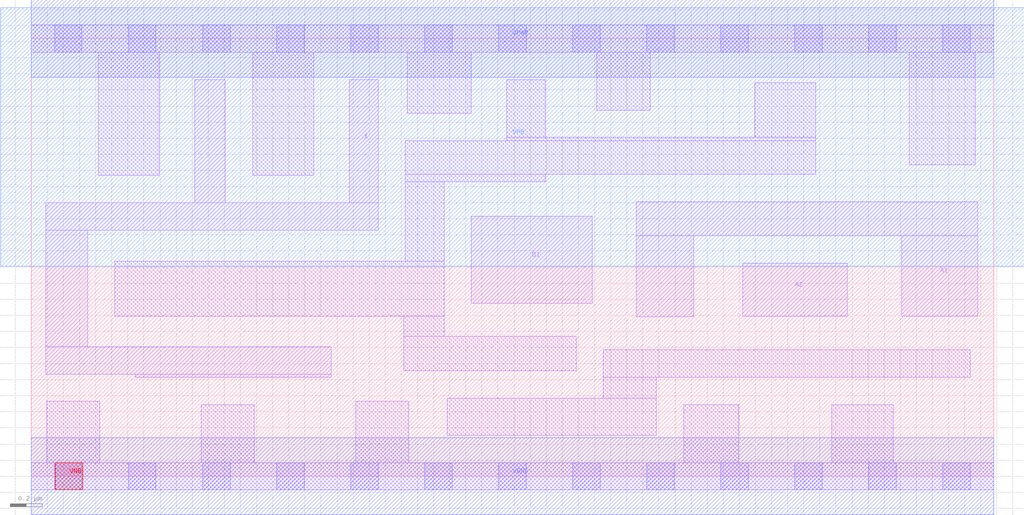
<source format=lef>
# Copyright 2020 The SkyWater PDK Authors
#
# Licensed under the Apache License, Version 2.0 (the "License");
# you may not use this file except in compliance with the License.
# You may obtain a copy of the License at
#
#     https://www.apache.org/licenses/LICENSE-2.0
#
# Unless required by applicable law or agreed to in writing, software
# distributed under the License is distributed on an "AS IS" BASIS,
# WITHOUT WARRANTIES OR CONDITIONS OF ANY KIND, either express or implied.
# See the License for the specific language governing permissions and
# limitations under the License.
#
# SPDX-License-Identifier: Apache-2.0

VERSION 5.7 ;
  NOWIREEXTENSIONATPIN ON ;
  DIVIDERCHAR "/" ;
  BUSBITCHARS "[]" ;
PROPERTYDEFINITIONS
  MACRO maskLayoutSubType STRING ;
  MACRO prCellType STRING ;
  MACRO originalViewName STRING ;
END PROPERTYDEFINITIONS
MACRO sky130_fd_sc_hdll__o21a_4
  CLASS CORE ;
  FOREIGN sky130_fd_sc_hdll__o21a_4 ;
  ORIGIN  0.000000  0.000000 ;
  SIZE  5.980000 BY  2.720000 ;
  SYMMETRY X Y R90 ;
  SITE unithd ;
  PIN A1
    ANTENNAGATEAREA  0.555000 ;
    DIRECTION INPUT ;
    USE SIGNAL ;
    PORT
      LAYER li1 ;
        RECT 3.760000 0.990000 4.115000 1.495000 ;
        RECT 3.760000 1.495000 5.880000 1.705000 ;
        RECT 5.410000 0.995000 5.880000 1.495000 ;
    END
  END A1
  PIN A2
    ANTENNAGATEAREA  0.555000 ;
    DIRECTION INPUT ;
    USE SIGNAL ;
    PORT
      LAYER li1 ;
        RECT 4.420000 0.995000 5.070000 1.325000 ;
    END
  END A2
  PIN B1
    ANTENNAGATEAREA  0.555000 ;
    DIRECTION INPUT ;
    USE SIGNAL ;
    PORT
      LAYER li1 ;
        RECT 2.735000 1.075000 3.485000 1.615000 ;
    END
  END B1
  PIN X
    ANTENNADIFFAREA  1.029000 ;
    DIRECTION OUTPUT ;
    USE SIGNAL ;
    PORT
      LAYER li1 ;
        RECT 0.090000 0.635000 1.865000 0.805000 ;
        RECT 0.090000 0.805000 0.350000 1.530000 ;
        RECT 0.090000 1.530000 2.155000 1.700000 ;
        RECT 0.645000 0.615000 1.865000 0.635000 ;
        RECT 1.015000 1.700000 1.205000 2.465000 ;
        RECT 1.975000 1.700000 2.155000 2.465000 ;
    END
  END X
  PIN VGND
    DIRECTION INOUT ;
    USE GROUND ;
    PORT
      LAYER met1 ;
        RECT 0.000000 -0.240000 5.980000 0.240000 ;
    END
  END VGND
  PIN VNB
    DIRECTION INOUT ;
    USE GROUND ;
    PORT
      LAYER pwell ;
        RECT 0.150000 -0.085000 0.320000 0.085000 ;
    END
  END VNB
  PIN VPB
    DIRECTION INOUT ;
    USE POWER ;
    PORT
      LAYER nwell ;
        RECT -0.190000 1.305000 6.170000 2.910000 ;
    END
  END VPB
  PIN VPWR
    DIRECTION INOUT ;
    USE POWER ;
    PORT
      LAYER met1 ;
        RECT 0.000000 2.480000 5.980000 2.960000 ;
    END
  END VPWR
  OBS
    LAYER li1 ;
      RECT 0.000000 -0.085000 5.980000 0.085000 ;
      RECT 0.000000  2.635000 5.980000 2.805000 ;
      RECT 0.095000  0.085000 0.425000 0.465000 ;
      RECT 0.415000  1.870000 0.795000 2.635000 ;
      RECT 0.520000  0.995000 2.565000 1.335000 ;
      RECT 1.055000  0.085000 1.385000 0.445000 ;
      RECT 1.375000  1.870000 1.755000 2.635000 ;
      RECT 2.015000  0.085000 2.345000 0.465000 ;
      RECT 2.315000  0.655000 3.385000 0.870000 ;
      RECT 2.315000  0.870000 2.565000 0.995000 ;
      RECT 2.325000  1.335000 2.565000 1.830000 ;
      RECT 2.325000  1.830000 3.195000 1.875000 ;
      RECT 2.325000  1.875000 4.875000 2.085000 ;
      RECT 2.335000  2.255000 2.735000 2.635000 ;
      RECT 2.585000  0.255000 3.885000 0.485000 ;
      RECT 2.955000  2.085000 4.875000 2.105000 ;
      RECT 2.955000  2.105000 3.195000 2.465000 ;
      RECT 3.515000  2.275000 3.845000 2.635000 ;
      RECT 3.555000  0.485000 3.885000 0.615000 ;
      RECT 3.555000  0.615000 5.835000 0.785000 ;
      RECT 4.055000  0.085000 4.395000 0.445000 ;
      RECT 4.495000  2.105000 4.875000 2.445000 ;
      RECT 4.975000  0.085000 5.355000 0.445000 ;
      RECT 5.455000  1.935000 5.865000 2.635000 ;
    LAYER mcon ;
      RECT 0.145000 -0.085000 0.315000 0.085000 ;
      RECT 0.145000  2.635000 0.315000 2.805000 ;
      RECT 0.605000 -0.085000 0.775000 0.085000 ;
      RECT 0.605000  2.635000 0.775000 2.805000 ;
      RECT 1.065000 -0.085000 1.235000 0.085000 ;
      RECT 1.065000  2.635000 1.235000 2.805000 ;
      RECT 1.525000 -0.085000 1.695000 0.085000 ;
      RECT 1.525000  2.635000 1.695000 2.805000 ;
      RECT 1.985000 -0.085000 2.155000 0.085000 ;
      RECT 1.985000  2.635000 2.155000 2.805000 ;
      RECT 2.445000 -0.085000 2.615000 0.085000 ;
      RECT 2.445000  2.635000 2.615000 2.805000 ;
      RECT 2.905000 -0.085000 3.075000 0.085000 ;
      RECT 2.905000  2.635000 3.075000 2.805000 ;
      RECT 3.365000 -0.085000 3.535000 0.085000 ;
      RECT 3.365000  2.635000 3.535000 2.805000 ;
      RECT 3.825000 -0.085000 3.995000 0.085000 ;
      RECT 3.825000  2.635000 3.995000 2.805000 ;
      RECT 4.285000 -0.085000 4.455000 0.085000 ;
      RECT 4.285000  2.635000 4.455000 2.805000 ;
      RECT 4.745000 -0.085000 4.915000 0.085000 ;
      RECT 4.745000  2.635000 4.915000 2.805000 ;
      RECT 5.205000 -0.085000 5.375000 0.085000 ;
      RECT 5.205000  2.635000 5.375000 2.805000 ;
      RECT 5.665000 -0.085000 5.835000 0.085000 ;
      RECT 5.665000  2.635000 5.835000 2.805000 ;
  END
  PROPERTY maskLayoutSubType "abstract" ;
  PROPERTY prCellType "standard" ;
  PROPERTY originalViewName "layout" ;
END sky130_fd_sc_hdll__o21a_4
END LIBRARY

</source>
